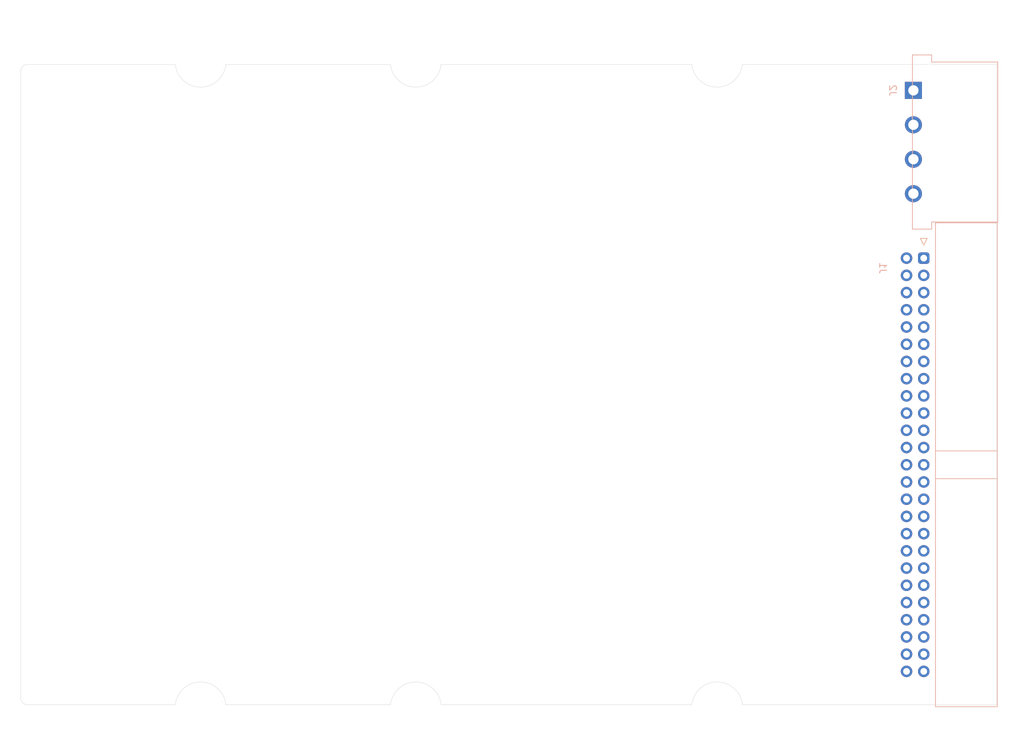
<source format=kicad_pcb>
(kicad_pcb (version 20211014) (generator pcbnew)
  (layers (0 "F.Cu" signal) (31 "B.Cu" signal) (34 "B.Paste" user) (35 "F.Paste" user) (36 "B.SilkS" user "B.Silkscreen") (37 "F.SilkS" user "F.Silkscreen") (38 "B.Mask" user) (39 "F.Mask" user) (44 "Edge.Cuts" user))
  (net 0 "")
  (footprint "project:IDC-Header_2x25_P2.54mm_Horizontal_Under" (layer "F.Cu") (at 205.105 78.54)
    (fp_text reference "J1" (at -3.5 4 270 unlocked) (layer "B.SilkS") (effects (justify mirror)))
    (fp_text value "SCSI_SE_Internal_Conn_02x25_Odd_Even_MountingPin-Macintosh_Portable_50-pin_Hard_Drive_Adapter")
    (fp_line (start 2.54 0.6185) (end 2.04 -0.3815) (layer "B.SilkS") (width 0.12))
    (fp_line (start 4.27 30.97) (end 13.39 30.97) (layer "B.SilkS") (width 0.12))
    (fp_line (start 4.27 68.71) (end 13.39 68.71) (layer "B.SilkS") (width 0.12))
    (fp_line (start 2.04 -0.3815) (end 3.04 -0.3815) (layer "B.SilkS") (width 0.12))
    (fp_line (start 4.27 -2.67) (end 4.27 68.71) (layer "B.SilkS") (width 0.12))
    (fp_line (start 3.04 -0.3815) (end 2.54 0.6185) (layer "B.SilkS") (width 0.12))
    (fp_line (start 13.39 -2.67) (end 4.27 -2.67) (layer "B.SilkS") (width 0.12))
    (fp_line (start 4.27 35.07) (end 13.39 35.07) (layer "B.SilkS") (width 0.12))
    (fp_line (start 13.39 68.71) (end 13.39 -2.67) (layer "B.SilkS") (width 0.12))
    (fp_line (start 2.04 -0.3815) (end 3.04 -0.3815) (layer "F.SilkS") (width 0.12))
    (fp_line (start 3.04 -0.3815) (end 2.54 0.6185) (layer "F.SilkS") (width 0.12))
    (fp_line (start 2.54 0.6185) (end 2.04 -0.3815) (layer "F.SilkS") (width 0.12))
    (pad "1" thru_hole roundrect (at 2.54 2.54) (size 1.7 1.7) (drill 1) (layers *.Cu *.Mask))
    (pad "2" thru_hole circle (at 0 2.54) (size 1.7 1.7) (drill 1) (layers *.Cu *.Mask))
    (pad "3" thru_hole circle (at 2.54 5.08) (size 1.7 1.7) (drill 1) (layers *.Cu *.Mask))
    (pad "4" thru_hole circle (at 0 5.08) (size 1.7 1.7) (drill 1) (layers *.Cu *.Mask))
    (pad "5" thru_hole circle (at 2.54 7.62) (size 1.7 1.7) (drill 1) (layers *.Cu *.Mask))
    (pad "6" thru_hole circle (at 0 7.62) (size 1.7 1.7) (drill 1) (layers *.Cu *.Mask))
    (pad "7" thru_hole circle (at 2.54 10.16) (size 1.7 1.7) (drill 1) (layers *.Cu *.Mask))
    (pad "8" thru_hole circle (at 0 10.16) (size 1.7 1.7) (drill 1) (layers *.Cu *.Mask))
    (pad "9" thru_hole circle (at 2.54 12.7) (size 1.7 1.7) (drill 1) (layers *.Cu *.Mask))
    (pad "10" thru_hole circle (at 0 12.7) (size 1.7 1.7) (drill 1) (layers *.Cu *.Mask))
    (pad "11" thru_hole circle (at 2.54 15.24) (size 1.7 1.7) (drill 1) (layers *.Cu *.Mask))
    (pad "12" thru_hole circle (at 0 15.24) (size 1.7 1.7) (drill 1) (layers *.Cu *.Mask))
    (pad "13" thru_hole circle (at 2.54 17.78) (size 1.7 1.7) (drill 1) (layers *.Cu *.Mask))
    (pad "14" thru_hole circle (at 0 17.78) (size 1.7 1.7) (drill 1) (layers *.Cu *.Mask))
    (pad "15" thru_hole circle (at 2.54 20.32) (size 1.7 1.7) (drill 1) (layers *.Cu *.Mask))
    (pad "16" thru_hole circle (at 0 20.32) (size 1.7 1.7) (drill 1) (layers *.Cu *.Mask))
    (pad "17" thru_hole circle (at 2.54 22.86) (size 1.7 1.7) (drill 1) (layers *.Cu *.Mask))
    (pad "18" thru_hole circle (at 0 22.86) (size 1.7 1.7) (drill 1) (layers *.Cu *.Mask))
    (pad "19" thru_hole circle (at 2.54 25.4) (size 1.7 1.7) (drill 1) (layers *.Cu *.Mask))
    (pad "20" thru_hole circle (at 0 25.4) (size 1.7 1.7) (drill 1) (layers *.Cu *.Mask))
    (pad "21" thru_hole circle (at 2.54 27.94) (size 1.7 1.7) (drill 1) (layers *.Cu *.Mask))
    (pad "22" thru_hole circle (at 0 27.94) (size 1.7 1.7) (drill 1) (layers *.Cu *.Mask))
    (pad "23" thru_hole circle (at 2.54 30.48) (size 1.7 1.7) (drill 1) (layers *.Cu *.Mask))
    (pad "24" thru_hole circle (at 0 30.48) (size 1.7 1.7) (drill 1) (layers *.Cu *.Mask))
    (pad "25" thru_hole circle (at 2.54 33.02) (size 1.7 1.7) (drill 1) (layers *.Cu *.Mask))
    (pad "26" thru_hole circle (at 0 33.02) (size 1.7 1.7) (drill 1) (layers *.Cu *.Mask))
    (pad "27" thru_hole circle (at 2.54 35.56) (size 1.7 1.7) (drill 1) (layers *.Cu *.Mask))
    (pad "28" thru_hole circle (at 0 35.56) (size 1.7 1.7) (drill 1) (layers *.Cu *.Mask))
    (pad "29" thru_hole circle (at 2.54 38.1) (size 1.7 1.7) (drill 1) (layers *.Cu *.Mask))
    (pad "30" thru_hole circle (at 0 38.1) (size 1.7 1.7) (drill 1) (layers *.Cu *.Mask))
    (pad "31" thru_hole circle (at 2.54 40.64) (size 1.7 1.7) (drill 1) (layers *.Cu *.Mask))
    (pad "32" thru_hole circle (at 0 40.64) (size 1.7 1.7) (drill 1) (layers *.Cu *.Mask))
    (pad "33" thru_hole circle (at 2.54 43.18) (size 1.7 1.7) (drill 1) (layers *.Cu *.Mask))
    (pad "34" thru_hole circle (at 0 43.18) (size 1.7 1.7) (drill 1) (layers *.Cu *.Mask))
    (pad "35" thru_hole circle (at 2.54 45.72) (size 1.7 1.7) (drill 1) (layers *.Cu *.Mask))
    (pad "36" thru_hole circle (at 0 45.72) (size 1.7 1.7) (drill 1) (layers *.Cu *.Mask))
    (pad "37" thru_hole circle (at 2.54 48.26) (size 1.7 1.7) (drill 1) (layers *.Cu *.Mask))
    (pad "38" thru_hole circle (at 0 48.26) (size 1.7 1.7) (drill 1) (layers *.Cu *.Mask))
    (pad "39" thru_hole circle (at 2.54 50.8) (size 1.7 1.7) (drill 1) (layers *.Cu *.Mask))
    (pad "40" thru_hole circle (at 0 50.8) (size 1.7 1.7) (drill 1) (layers *.Cu *.Mask))
    (pad "41" thru_hole circle (at 2.54 53.34) (size 1.7 1.7) (drill 1) (layers *.Cu *.Mask))
    (pad "42" thru_hole circle (at 0 53.34) (size 1.7 1.7) (drill 1) (layers *.Cu *.Mask))
    (pad "43" thru_hole circle (at 2.54 55.88) (size 1.7 1.7) (drill 1) (layers *.Cu *.Mask))
    (pad "44" thru_hole circle (at 0 55.88) (size 1.7 1.7) (drill 1) (layers *.Cu *.Mask))
    (pad "45" thru_hole circle (at 2.54 58.42) (size 1.7 1.7) (drill 1) (layers *.Cu *.Mask))
    (pad "46" thru_hole circle (at 0 58.42) (size 1.7 1.7) (drill 1) (layers *.Cu *.Mask))
    (pad "47" thru_hole circle (at 2.54 60.96) (size 1.7 1.7) (drill 1) (layers *.Cu *.Mask))
    (pad "48" thru_hole circle (at 0 60.96) (size 1.7 1.7) (drill 1) (layers *.Cu *.Mask))
    (pad "49" thru_hole circle (at 2.54 63.5) (size 1.7 1.7) (drill 1) (layers *.Cu *.Mask))
    (pad "50" thru_hole circle (at 0 63.5) (size 1.7 1.7) (drill 1) (layers *.Cu *.Mask))
  )
  (footprint "project:TE_MATE-N-LOK_770846-1_1x04_P5.08mm_Horizontal_Under" (layer "F.Cu") (at 206.121 63.954)
    (fp_text reference "J2" (at -3.048 -7.62 -90 unlocked) (layer "B.SilkS") (effects (justify mirror)))
    (fp_text value "Hard_Drive_Mate_n-Lok_Power_Conn_01x04")
    (fp_line (start 2.69 -12.85) (end 2.69 -11.795) (layer "B.SilkS") (width 0.12))
    (fp_line (start 2.69 11.795) (end 2.69 12.85) (layer "B.SilkS") (width 0.12))
    (fp_line (start 12.44 -11.795) (end 12.44 11.795) (layer "B.SilkS") (width 0.12))
    (fp_line (start 2.69 -11.795) (end 12.44 -11.795) (layer "B.SilkS") (width 0.12))
    (fp_line (start 12.44 11.795) (end 2.69 11.795) (layer "B.SilkS") (width 0.12))
    (fp_line (start -0.15 -12.85) (end 2.69 -12.85) (layer "B.SilkS") (width 0.12))
    (fp_line (start 2.69 12.85) (end -0.15 12.85) (layer "B.SilkS") (width 0.12))
    (fp_line (start -0.15 12.85) (end -0.15 -12.85) (layer "B.SilkS") (width 0.12))
    (pad "" np_thru_hole circle (at 10.16 5.08 270) (size 3.99 3.99) (drill 3.99) (layers *.Cu *.Mask))
    (pad "" np_thru_hole circle (at 2.54 -10.16 270) (size 2.54 2.54) (drill 2.54) (layers *.Cu *.Mask))
    (pad "" np_thru_hole circle (at 2.54 10.16 270) (size 2.54 2.54) (drill 2.54) (layers *.Cu *.Mask))
    (pad "" np_thru_hole circle (at 10.16 -5.08 270) (size 3.99 3.99) (drill 3.99) (layers *.Cu *.Mask))
    (pad "1" thru_hole rect (at 0 -7.62 270) (size 2.52 2.52) (drill 1.52) (layers *.Cu *.Mask))
    (pad "2" thru_hole circle (at 0 -2.54 270) (size 2.52 2.52) (drill 1.52) (layers *.Cu *.Mask))
    (pad "3" thru_hole circle (at 0 2.54 270) (size 2.52 2.52) (drill 1.52) (layers *.Cu *.Mask))
    (pad "4" thru_hole circle (at 0 7.62 270) (size 2.52 2.52) (drill 1.52) (layers *.Cu *.Mask))
  )
  (footprint "project:3.5 Hard Drive Bottom Outline" (layer "F.Cu") (at 218.44 48.93)
    (fp_text reference "REF**" hide)
    (fp_text value "3.5 Hard Drive Bottom Outline")
  )
  (gr_line (start 97.240001 146.949999) (end 75.44 146.95) (layer "Edge.Cuts") (width 0.05))
  (gr_line (start 104.699999 146.950001) (end 128.990001 146.949999) (layer "Edge.Cuts") (width 0.05))
  (gr_line (start 136.449999 146.950001) (end 173.440001 146.949999) (layer "Edge.Cuts") (width 0.05))
  (gr_line (start 180.899999 146.950001) (end 218.44 146.95) (layer "Edge.Cuts") (width 0.05))
  (gr_line (start 218.44 52.51) (end 180.889999 52.510001) (layer "Edge.Cuts") (width 0.05))
  (gr_line (start 173.430001 52.509999) (end 136.439999 52.510001) (layer "Edge.Cuts") (width 0.05))
  (gr_line (start 128.980001 52.509999) (end 104.699999 52.510001) (layer "Edge.Cuts") (width 0.05))
  (gr_line (start 97.240001 52.509999) (end 75.44 52.51) (layer "Edge.Cuts") (width 0.05))
  (gr_arc (start 180.889999 52.510001) (mid 177.159999 55.852465) (end 173.430001 52.509999) (layer "Edge.Cuts") (width 0.05))
  (gr_arc (start 173.440001 146.949999) (mid 177.170001 143.598614) (end 180.899999 146.950001) (layer "Edge.Cuts") (width 0.05))
  (gr_arc (start 75.44 146.95) (mid 74.732893 146.657107) (end 74.44 145.95) (layer "Edge.Cuts") (width 0.05))
  (gr_arc (start 128.990001 146.949999) (mid 132.720001 143.598614) (end 136.449999 146.950001) (layer "Edge.Cuts") (width 0.05))
  (gr_arc (start 104.699999 52.510001) (mid 100.969999 55.861386) (end 97.240001 52.509999) (layer "Edge.Cuts") (width 0.05))
  (gr_arc (start 97.240001 146.949999) (mid 100.970001 143.598614) (end 104.699999 146.950001) (layer "Edge.Cuts") (width 0.05))
  (gr_line (start 74.44 145.95) (end 74.44 53.51) (layer "Edge.Cuts") (width 0.05))
  (gr_arc (start 136.439999 52.510001) (mid 132.709999 55.852465) (end 128.980001 52.509999) (layer "Edge.Cuts") (width 0.05))
  (gr_line (start 218.44 52.51) (end 218.44 146.95) (layer "Edge.Cuts") (width 0.05))
  (gr_arc (start 74.44 53.51) (mid 74.732893 52.802893) (end 75.44 52.51) (layer "Edge.Cuts") (width 0.05))
)
</source>
